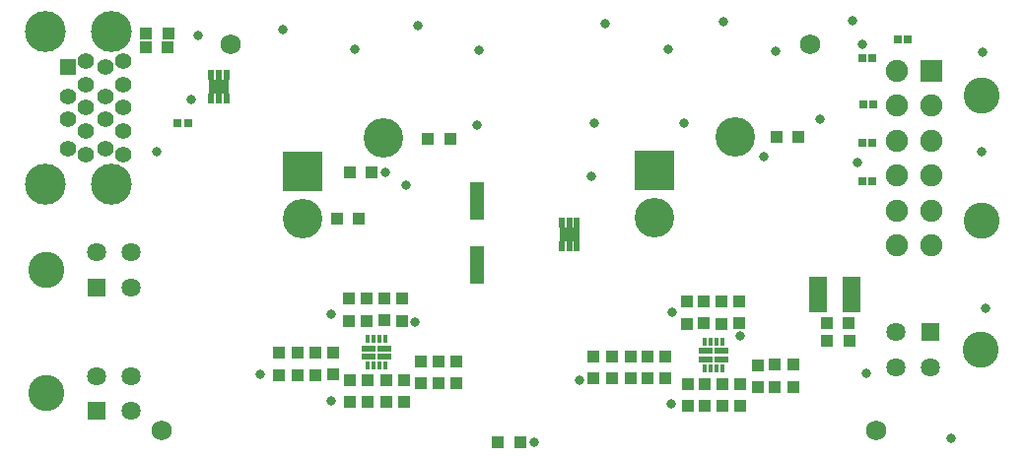
<source format=gbs>
G04*
G04 #@! TF.GenerationSoftware,Altium Limited,Altium Designer,20.1.14 (287)*
G04*
G04 Layer_Color=16711935*
%FSLAX25Y25*%
%MOIN*%
G70*
G04*
G04 #@! TF.SameCoordinates,F3919BB7-7B28-4886-AACB-0E40FDAB0E15*
G04*
G04*
G04 #@! TF.FilePolarity,Negative*
G04*
G01*
G75*
%ADD16C,0.13394*%
%ADD17R,0.13394X0.13394*%
%ADD18C,0.01181*%
%ADD19O,0.01575X0.01181*%
%ADD20C,0.06417*%
%ADD21C,0.05556*%
%ADD22C,0.07480*%
%ADD23R,0.06417X0.06417*%
%ADD24R,0.07480X0.07480*%
%ADD25R,0.05556X0.05556*%
%ADD26C,0.06800*%
%ADD27C,0.13855*%
%ADD28C,0.12205*%
%ADD29C,0.03162*%
%ADD47R,0.05069X0.12956*%
G04:AMPARAMS|DCode=49|XSize=23.62mil|YSize=7.87mil|CornerRadius=1.97mil|HoleSize=0mil|Usage=FLASHONLY|Rotation=270.000|XOffset=0mil|YOffset=0mil|HoleType=Round|Shape=RoundedRectangle|*
%AMROUNDEDRECTD49*
21,1,0.02362,0.00394,0,0,270.0*
21,1,0.01968,0.00787,0,0,270.0*
1,1,0.00394,-0.00197,-0.00984*
1,1,0.00394,-0.00197,0.00984*
1,1,0.00394,0.00197,0.00984*
1,1,0.00394,0.00197,-0.00984*
%
%ADD49ROUNDEDRECTD49*%
G04:AMPARAMS|DCode=50|XSize=41.34mil|YSize=15.75mil|CornerRadius=3.94mil|HoleSize=0mil|Usage=FLASHONLY|Rotation=180.000|XOffset=0mil|YOffset=0mil|HoleType=Round|Shape=RoundedRectangle|*
%AMROUNDEDRECTD50*
21,1,0.04134,0.00787,0,0,180.0*
21,1,0.03347,0.01575,0,0,180.0*
1,1,0.00787,-0.01673,0.00394*
1,1,0.00787,0.01673,0.00394*
1,1,0.00787,0.01673,-0.00394*
1,1,0.00787,-0.01673,-0.00394*
%
%ADD50ROUNDEDRECTD50*%
%ADD53R,0.02926X0.03162*%
%ADD54R,0.03937X0.03937*%
%ADD55R,0.07099X0.04737*%
%ADD56R,0.02060X0.03398*%
%ADD57R,0.06194X0.11863*%
%ADD58R,0.03937X0.03937*%
G36*
X123631Y33266D02*
X119103D01*
Y35234D01*
X123631D01*
Y33266D01*
D02*
G37*
G36*
Y29722D02*
X122450D01*
Y32478D01*
X123631D01*
Y29722D01*
D02*
G37*
G36*
X121662D02*
X120481D01*
Y32478D01*
X121662D01*
Y29722D01*
D02*
G37*
G36*
X124418D02*
X125599D01*
Y32478D01*
X124418D01*
Y29722D01*
D02*
G37*
G36*
X126387D02*
X127568D01*
Y32478D01*
X126387D01*
Y29722D01*
D02*
G37*
G36*
X124418Y33266D02*
X128946D01*
Y35234D01*
X124418D01*
Y33266D01*
D02*
G37*
G36*
X123631Y38777D02*
X122450D01*
Y41533D01*
X123631D01*
Y38777D01*
D02*
G37*
G36*
X121662D02*
X120481D01*
Y41533D01*
X121662D01*
Y38777D01*
D02*
G37*
G36*
X123631Y36022D02*
X119103D01*
Y37990D01*
X123631D01*
Y36022D01*
D02*
G37*
G36*
X127568Y38777D02*
X126387D01*
Y41533D01*
X127568D01*
Y38777D01*
D02*
G37*
G36*
X125599D02*
X124418D01*
Y41533D01*
X125599D01*
Y38777D01*
D02*
G37*
G36*
X128946Y36022D02*
X124418D01*
Y37990D01*
X128946D01*
Y36022D01*
D02*
G37*
G36*
X234420Y28802D02*
X235601D01*
Y31558D01*
X234420D01*
Y28802D01*
D02*
G37*
G36*
X236389D02*
X237570D01*
Y31558D01*
X236389D01*
Y28802D01*
D02*
G37*
G36*
X233042Y32346D02*
X237570D01*
Y34314D01*
X233042D01*
Y32346D01*
D02*
G37*
G36*
X238357Y28802D02*
X239539D01*
Y31558D01*
X238357D01*
Y28802D01*
D02*
G37*
G36*
X240326D02*
X241507D01*
Y31558D01*
X240326D01*
Y28802D01*
D02*
G37*
G36*
X238357Y32346D02*
X242885D01*
Y34314D01*
X238357D01*
Y32346D01*
D02*
G37*
G36*
X237570Y37857D02*
X236389D01*
Y40613D01*
X237570D01*
Y37857D01*
D02*
G37*
G36*
X235601D02*
X234420D01*
Y40613D01*
X235601D01*
Y37857D01*
D02*
G37*
G36*
X237570Y35102D02*
X233042D01*
Y37070D01*
X237570D01*
Y35102D01*
D02*
G37*
G36*
X241507Y37857D02*
X240326D01*
Y40613D01*
X241507D01*
Y37857D01*
D02*
G37*
G36*
X239539D02*
X238357D01*
Y40613D01*
X239539D01*
Y37857D01*
D02*
G37*
G36*
X242885Y35102D02*
X238357D01*
Y37070D01*
X242885D01*
Y35102D01*
D02*
G37*
D16*
X99052Y80832D02*
D03*
X126490Y108270D02*
D03*
X217882Y81062D02*
D03*
X245320Y108500D02*
D03*
D17*
X99052Y96905D02*
D03*
X217882Y97135D02*
D03*
D18*
X122450Y37006D02*
D03*
Y34250D02*
D03*
X125599D02*
D03*
X236389Y36086D02*
D03*
Y33330D02*
D03*
X239539D02*
D03*
Y36086D02*
D03*
D19*
X125599Y37006D02*
D03*
D20*
X299619Y30664D02*
D03*
X41149Y57679D02*
D03*
X29338Y27690D02*
D03*
X41149Y15879D02*
D03*
Y27690D02*
D03*
Y69490D02*
D03*
X29338D02*
D03*
X311430Y30664D02*
D03*
X299619Y42475D02*
D03*
D21*
X38224Y126307D02*
D03*
X19720Y122370D02*
D03*
X25626Y126307D02*
D03*
Y134181D02*
D03*
X32318Y132212D02*
D03*
X19720Y104654D02*
D03*
Y114496D02*
D03*
X32318Y104654D02*
D03*
Y122370D02*
D03*
Y114496D02*
D03*
X25626Y102685D02*
D03*
Y110559D02*
D03*
Y118433D02*
D03*
X38224Y134181D02*
D03*
Y102685D02*
D03*
Y110559D02*
D03*
Y118433D02*
D03*
D22*
X299998Y95501D02*
D03*
Y130934D02*
D03*
X311809Y107312D02*
D03*
X299998D02*
D03*
Y71879D02*
D03*
Y119123D02*
D03*
X311809D02*
D03*
Y95501D02*
D03*
Y83690D02*
D03*
X299998D02*
D03*
X311809Y71879D02*
D03*
D23*
X311430Y42475D02*
D03*
X29338Y57679D02*
D03*
Y15879D02*
D03*
D24*
X311809Y130934D02*
D03*
D25*
X19720Y132212D02*
D03*
D26*
X74803Y139764D02*
D03*
X270530D02*
D03*
X292880Y9260D02*
D03*
X51440Y9260D02*
D03*
D27*
X11846Y144299D02*
D03*
Y92567D02*
D03*
X34208D02*
D03*
Y144299D02*
D03*
D28*
X12330Y21784D02*
D03*
Y63585D02*
D03*
X328738Y80344D02*
D03*
Y122469D02*
D03*
X328438Y36569D02*
D03*
D29*
X329958Y50635D02*
D03*
X318360Y6564D02*
D03*
X63552Y142764D02*
D03*
X49746Y103577D02*
D03*
X61233Y121270D02*
D03*
X157900Y112620D02*
D03*
X197578Y113040D02*
D03*
X196755Y95346D02*
D03*
X228029Y113040D02*
D03*
X255085Y101826D02*
D03*
X286608Y99885D02*
D03*
X274117Y114686D02*
D03*
X328738Y103375D02*
D03*
X328847Y137319D02*
D03*
X288261Y139764D02*
D03*
X285023Y147856D02*
D03*
X258962Y137540D02*
D03*
X241225Y147676D02*
D03*
X222766Y138264D02*
D03*
X201411Y146951D02*
D03*
X158519Y137721D02*
D03*
X138068Y146227D02*
D03*
X116713Y138083D02*
D03*
X92462Y144779D02*
D03*
X192770Y26116D02*
D03*
X137140Y45970D02*
D03*
X289770Y28600D02*
D03*
X133900Y92090D02*
D03*
X126840Y96670D02*
D03*
X224060Y49130D02*
D03*
X246890Y41090D02*
D03*
X223740Y18120D02*
D03*
X177450Y5210D02*
D03*
X108570Y48460D02*
D03*
X84800Y28330D02*
D03*
X108570Y19070D02*
D03*
D47*
X157900Y86758D02*
D03*
Y65102D02*
D03*
D49*
X126977Y40155D02*
D03*
X125009D02*
D03*
X123040D02*
D03*
X121072D02*
D03*
Y31100D02*
D03*
X123040D02*
D03*
X125009D02*
D03*
X126977D02*
D03*
X240916Y39235D02*
D03*
X238948D02*
D03*
X236979D02*
D03*
X235011D02*
D03*
Y30180D02*
D03*
X236979D02*
D03*
X238948D02*
D03*
X240916D02*
D03*
D50*
X121367Y37006D02*
D03*
Y34250D02*
D03*
X126682D02*
D03*
Y37006D02*
D03*
X235306Y36086D02*
D03*
Y33330D02*
D03*
X240621D02*
D03*
Y36086D02*
D03*
D53*
X303778Y141535D02*
D03*
X300377D02*
D03*
X291797Y93587D02*
D03*
X288395D02*
D03*
X291699Y135058D02*
D03*
X288298D02*
D03*
X291702Y106692D02*
D03*
X288300D02*
D03*
X292049Y119481D02*
D03*
X288647D02*
D03*
X56769Y113237D02*
D03*
X60170D02*
D03*
D54*
X46091Y143546D02*
D03*
X53571D02*
D03*
X46015Y139000D02*
D03*
X53496D02*
D03*
X276400Y39670D02*
D03*
X283880D02*
D03*
X276310Y45560D02*
D03*
X283790D02*
D03*
X172580Y5210D02*
D03*
X165100D02*
D03*
X266780Y108380D02*
D03*
X259300D02*
D03*
X148970Y107820D02*
D03*
X141490D02*
D03*
X118080Y80940D02*
D03*
X110600D02*
D03*
X122340Y96640D02*
D03*
X114860D02*
D03*
D55*
X70665Y125592D02*
D03*
X189250Y75610D02*
D03*
D56*
X73224Y129627D02*
D03*
X70665D02*
D03*
X68106D02*
D03*
Y121556D02*
D03*
X70665D02*
D03*
X73224D02*
D03*
X186691Y71575D02*
D03*
X189250D02*
D03*
X191809D02*
D03*
Y79645D02*
D03*
X189250D02*
D03*
X186691D02*
D03*
D57*
X284511Y55160D02*
D03*
X273329D02*
D03*
D58*
X97364Y28008D02*
D03*
Y35488D02*
D03*
X109474Y28068D02*
D03*
Y35548D02*
D03*
X103474Y28008D02*
D03*
Y35488D02*
D03*
X115075Y18838D02*
D03*
Y26318D02*
D03*
X121165Y18878D02*
D03*
Y26358D02*
D03*
X133424Y18798D02*
D03*
Y26278D02*
D03*
X127284Y18828D02*
D03*
Y26308D02*
D03*
X138994Y25118D02*
D03*
Y32598D02*
D03*
X144934Y25188D02*
D03*
Y32668D02*
D03*
X209902Y26808D02*
D03*
Y34288D02*
D03*
X215834Y26868D02*
D03*
Y34348D02*
D03*
X221712Y26808D02*
D03*
Y34288D02*
D03*
X229185Y17398D02*
D03*
Y24878D02*
D03*
X228954Y52838D02*
D03*
Y45358D02*
D03*
X235105Y17398D02*
D03*
Y24878D02*
D03*
X234804Y52858D02*
D03*
Y45378D02*
D03*
X241055Y17458D02*
D03*
Y24938D02*
D03*
X240774Y52828D02*
D03*
Y45348D02*
D03*
X246995Y17458D02*
D03*
Y24938D02*
D03*
X246804Y52888D02*
D03*
Y45408D02*
D03*
X114625Y53818D02*
D03*
Y46338D02*
D03*
X120545Y53808D02*
D03*
Y46328D02*
D03*
X132805Y53808D02*
D03*
Y46328D02*
D03*
X126675Y53868D02*
D03*
Y46388D02*
D03*
X252854Y23888D02*
D03*
Y31368D02*
D03*
X258824Y23986D02*
D03*
Y31466D02*
D03*
X151040Y25110D02*
D03*
Y32590D02*
D03*
X264860Y23950D02*
D03*
Y31430D02*
D03*
X90970Y27980D02*
D03*
Y35460D02*
D03*
X197380Y26830D02*
D03*
Y34310D02*
D03*
X203670Y26830D02*
D03*
Y34310D02*
D03*
M02*

</source>
